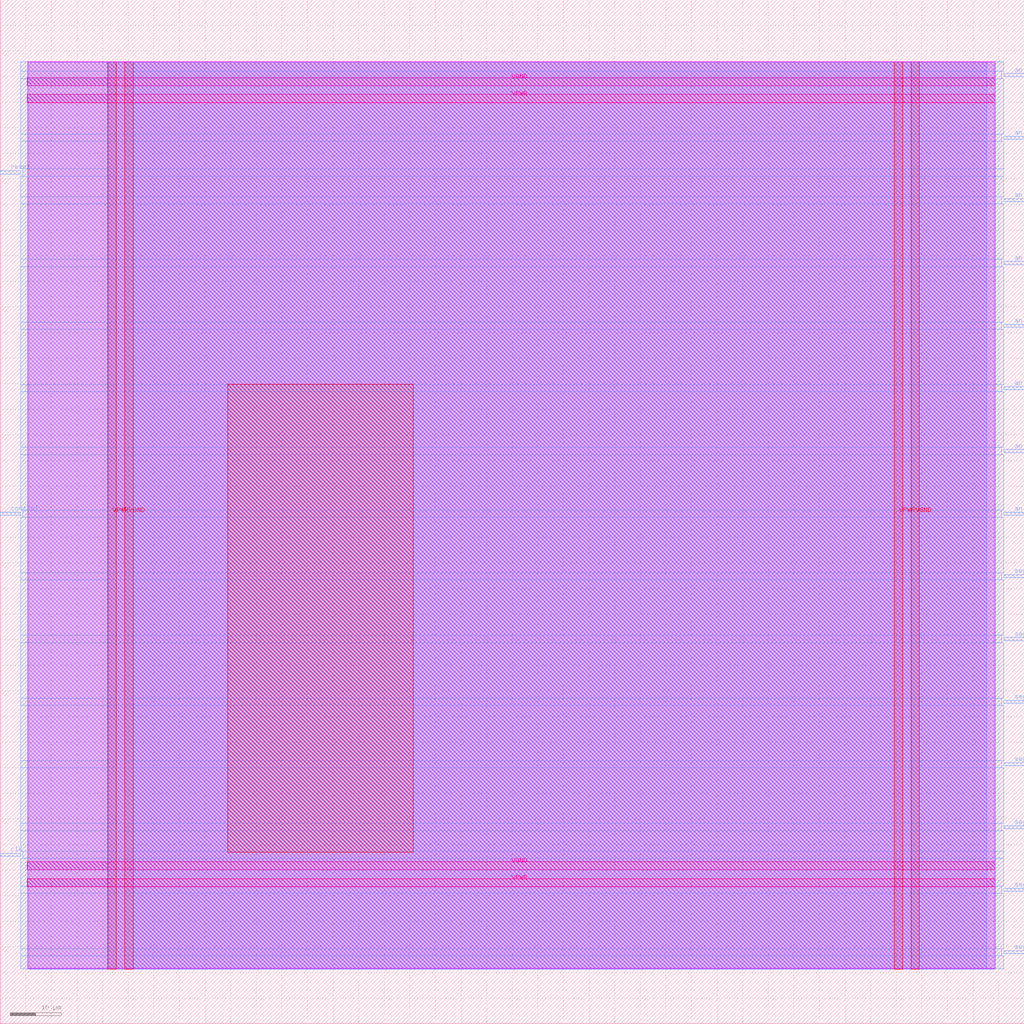
<source format=lef>
VERSION 5.7 ;
  NOWIREEXTENSIONATPIN ON ;
  DIVIDERCHAR "/" ;
  BUSBITCHARS "[]" ;
MACRO semi_cpu_top
  CLASS BLOCK ;
  FOREIGN semi_cpu_top ;
  ORIGIN 0.000 0.000 ;
  SIZE 200.000 BY 200.000 ;
  PIN VGND
    DIRECTION INOUT ;
    USE GROUND ;
    PORT
      LAYER met4 ;
        RECT 24.340 10.640 25.940 187.920 ;
    END
    PORT
      LAYER met4 ;
        RECT 177.940 10.640 179.540 187.920 ;
    END
    PORT
      LAYER met5 ;
        RECT 5.280 30.030 194.360 31.630 ;
    END
    PORT
      LAYER met5 ;
        RECT 5.280 183.210 194.360 184.810 ;
    END
  END VGND
  PIN VPWR
    DIRECTION INOUT ;
    USE POWER ;
    PORT
      LAYER met4 ;
        RECT 21.040 10.640 22.640 187.920 ;
    END
    PORT
      LAYER met4 ;
        RECT 174.640 10.640 176.240 187.920 ;
    END
    PORT
      LAYER met5 ;
        RECT 5.280 26.730 194.360 28.330 ;
    END
    PORT
      LAYER met5 ;
        RECT 5.280 179.910 194.360 181.510 ;
    END
  END VPWR
  PIN an[0]
    DIRECTION OUTPUT ;
    USE SIGNAL ;
    ANTENNADIFFAREA 0.340600 ;
    PORT
      LAYER met3 ;
        RECT 196.000 185.000 200.000 185.600 ;
    END
  END an[0]
  PIN an[1]
    DIRECTION OUTPUT ;
    USE SIGNAL ;
    ANTENNADIFFAREA 0.340600 ;
    PORT
      LAYER met3 ;
        RECT 196.000 172.760 200.000 173.360 ;
    END
  END an[1]
  PIN an[2]
    DIRECTION OUTPUT ;
    USE SIGNAL ;
    ANTENNADIFFAREA 0.340600 ;
    PORT
      LAYER met3 ;
        RECT 196.000 160.520 200.000 161.120 ;
    END
  END an[2]
  PIN an[3]
    DIRECTION OUTPUT ;
    USE SIGNAL ;
    ANTENNADIFFAREA 0.340600 ;
    PORT
      LAYER met3 ;
        RECT 196.000 148.280 200.000 148.880 ;
    END
  END an[3]
  PIN an[4]
    DIRECTION OUTPUT ;
    USE SIGNAL ;
    ANTENNADIFFAREA 0.340600 ;
    PORT
      LAYER met3 ;
        RECT 196.000 136.040 200.000 136.640 ;
    END
  END an[4]
  PIN an[5]
    DIRECTION OUTPUT ;
    USE SIGNAL ;
    ANTENNADIFFAREA 0.340600 ;
    PORT
      LAYER met3 ;
        RECT 196.000 123.800 200.000 124.400 ;
    END
  END an[5]
  PIN an[6]
    DIRECTION OUTPUT ;
    USE SIGNAL ;
    ANTENNADIFFAREA 0.340600 ;
    PORT
      LAYER met3 ;
        RECT 196.000 111.560 200.000 112.160 ;
    END
  END an[6]
  PIN an[7]
    DIRECTION OUTPUT ;
    USE SIGNAL ;
    ANTENNADIFFAREA 0.340600 ;
    PORT
      LAYER met3 ;
        RECT 196.000 99.320 200.000 99.920 ;
    END
  END an[7]
  PIN clk
    DIRECTION INPUT ;
    USE SIGNAL ;
    ANTENNAGATEAREA 0.852000 ;
    PORT
      LAYER met3 ;
        RECT 0.000 32.680 4.000 33.280 ;
    END
  END clk
  PIN control
    DIRECTION INPUT ;
    USE SIGNAL ;
    PORT
      LAYER met3 ;
        RECT 0.000 99.320 4.000 99.920 ;
    END
  END control
  PIN reset
    DIRECTION INPUT ;
    USE SIGNAL ;
    PORT
      LAYER met3 ;
        RECT 0.000 165.960 4.000 166.560 ;
    END
  END reset
  PIN seg[0]
    DIRECTION OUTPUT ;
    USE SIGNAL ;
    PORT
      LAYER met3 ;
        RECT 196.000 87.080 200.000 87.680 ;
    END
  END seg[0]
  PIN seg[1]
    DIRECTION OUTPUT ;
    USE SIGNAL ;
    PORT
      LAYER met3 ;
        RECT 196.000 74.840 200.000 75.440 ;
    END
  END seg[1]
  PIN seg[2]
    DIRECTION OUTPUT ;
    USE SIGNAL ;
    PORT
      LAYER met3 ;
        RECT 196.000 62.600 200.000 63.200 ;
    END
  END seg[2]
  PIN seg[3]
    DIRECTION OUTPUT ;
    USE SIGNAL ;
    PORT
      LAYER met3 ;
        RECT 196.000 50.360 200.000 50.960 ;
    END
  END seg[3]
  PIN seg[4]
    DIRECTION OUTPUT ;
    USE SIGNAL ;
    PORT
      LAYER met3 ;
        RECT 196.000 38.120 200.000 38.720 ;
    END
  END seg[4]
  PIN seg[5]
    DIRECTION OUTPUT ;
    USE SIGNAL ;
    PORT
      LAYER met3 ;
        RECT 196.000 25.880 200.000 26.480 ;
    END
  END seg[5]
  PIN seg[6]
    DIRECTION OUTPUT ;
    USE SIGNAL ;
    PORT
      LAYER met3 ;
        RECT 196.000 13.640 200.000 14.240 ;
    END
  END seg[6]
  OBS
      LAYER nwell ;
        RECT 5.330 10.795 194.310 187.870 ;
      LAYER li1 ;
        RECT 5.520 10.795 194.120 187.765 ;
      LAYER met1 ;
        RECT 5.520 10.640 194.120 187.920 ;
      LAYER met2 ;
        RECT 21.070 10.695 192.650 187.865 ;
      LAYER met3 ;
        RECT 4.000 186.000 196.000 187.845 ;
        RECT 4.000 184.600 195.600 186.000 ;
        RECT 4.000 173.760 196.000 184.600 ;
        RECT 4.000 172.360 195.600 173.760 ;
        RECT 4.000 166.960 196.000 172.360 ;
        RECT 4.400 165.560 196.000 166.960 ;
        RECT 4.000 161.520 196.000 165.560 ;
        RECT 4.000 160.120 195.600 161.520 ;
        RECT 4.000 149.280 196.000 160.120 ;
        RECT 4.000 147.880 195.600 149.280 ;
        RECT 4.000 137.040 196.000 147.880 ;
        RECT 4.000 135.640 195.600 137.040 ;
        RECT 4.000 124.800 196.000 135.640 ;
        RECT 4.000 123.400 195.600 124.800 ;
        RECT 4.000 112.560 196.000 123.400 ;
        RECT 4.000 111.160 195.600 112.560 ;
        RECT 4.000 100.320 196.000 111.160 ;
        RECT 4.400 98.920 195.600 100.320 ;
        RECT 4.000 88.080 196.000 98.920 ;
        RECT 4.000 86.680 195.600 88.080 ;
        RECT 4.000 75.840 196.000 86.680 ;
        RECT 4.000 74.440 195.600 75.840 ;
        RECT 4.000 63.600 196.000 74.440 ;
        RECT 4.000 62.200 195.600 63.600 ;
        RECT 4.000 51.360 196.000 62.200 ;
        RECT 4.000 49.960 195.600 51.360 ;
        RECT 4.000 39.120 196.000 49.960 ;
        RECT 4.000 37.720 195.600 39.120 ;
        RECT 4.000 33.680 196.000 37.720 ;
        RECT 4.400 32.280 196.000 33.680 ;
        RECT 4.000 26.880 196.000 32.280 ;
        RECT 4.000 25.480 195.600 26.880 ;
        RECT 4.000 14.640 196.000 25.480 ;
        RECT 4.000 13.240 195.600 14.640 ;
        RECT 4.000 10.715 196.000 13.240 ;
      LAYER met4 ;
        RECT 44.455 33.495 80.665 124.945 ;
  END
END semi_cpu_top
END LIBRARY


</source>
